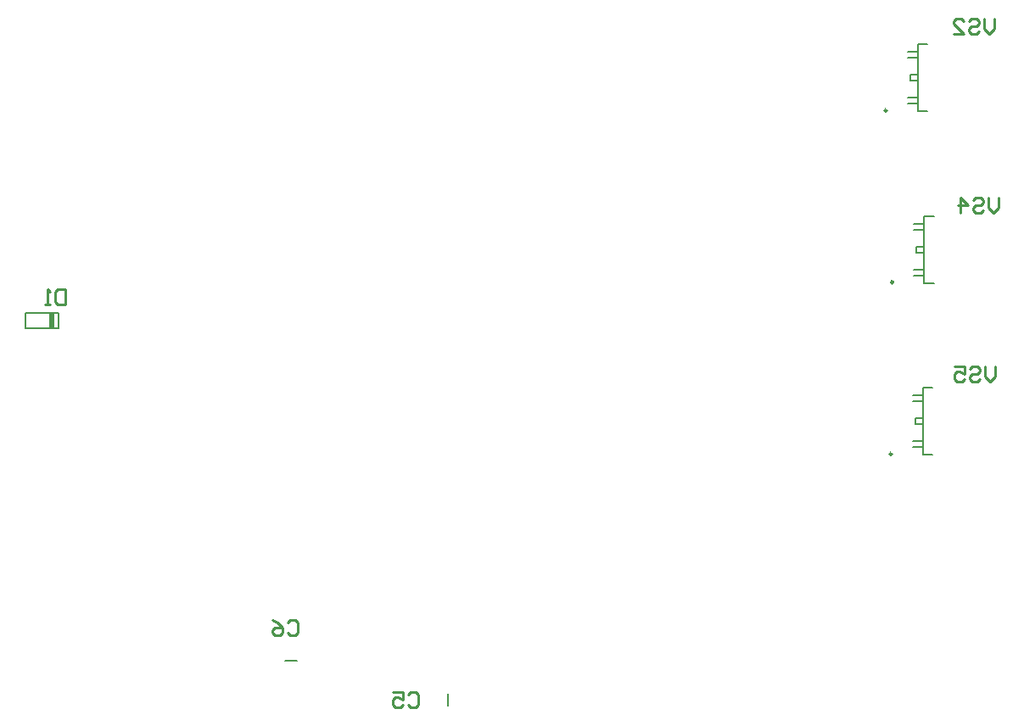
<source format=gbo>
%FSLAX24Y24*%
%MOIN*%
G70*
G01*
G75*
G04 Layer_Color=32896*
%ADD10R,0.0413X0.0551*%
%ADD11C,0.0591*%
%ADD12C,0.1969*%
%ADD13C,0.0394*%
%ADD14C,0.0197*%
%ADD15C,0.0118*%
%ADD16C,0.2362*%
%ADD17C,0.1575*%
%ADD18C,0.0787*%
%ADD19C,0.1181*%
%ADD20C,0.0100*%
%ADD21C,0.2559*%
%ADD22C,0.0591*%
%ADD23C,0.1181*%
%ADD24C,0.0748*%
%ADD25C,0.0630*%
%ADD26C,0.1575*%
%ADD27C,0.0669*%
G04:AMPARAMS|DCode=28|XSize=59.1mil|YSize=59.1mil|CornerRadius=0mil|HoleSize=0mil|Usage=FLASHONLY|Rotation=90.000|XOffset=0mil|YOffset=0mil|HoleType=Round|Shape=Octagon|*
%AMOCTAGOND28*
4,1,8,0.0148,0.0295,-0.0148,0.0295,-0.0295,0.0148,-0.0295,-0.0148,-0.0148,-0.0295,0.0148,-0.0295,0.0295,-0.0148,0.0295,0.0148,0.0148,0.0295,0.0*
%
%ADD28OCTAGOND28*%

G04:AMPARAMS|DCode=29|XSize=118.1mil|YSize=118.1mil|CornerRadius=0mil|HoleSize=0mil|Usage=FLASHONLY|Rotation=0.000|XOffset=0mil|YOffset=0mil|HoleType=Round|Shape=Octagon|*
%AMOCTAGOND29*
4,1,8,0.0591,-0.0295,0.0591,0.0295,0.0295,0.0591,-0.0295,0.0591,-0.0591,0.0295,-0.0591,-0.0295,-0.0295,-0.0591,0.0295,-0.0591,0.0591,-0.0295,0.0*
%
%ADD29OCTAGOND29*%

%ADD30C,0.0709*%
%ADD31C,0.1969*%
%ADD32C,0.0984*%
%ADD33C,0.0600*%
G04:AMPARAMS|DCode=34|XSize=393.7mil|YSize=236.2mil|CornerRadius=82.7mil|HoleSize=0mil|Usage=FLASHONLY|Rotation=0.000|XOffset=0mil|YOffset=0mil|HoleType=Round|Shape=RoundedRectangle|*
%AMROUNDEDRECTD34*
21,1,0.3937,0.0709,0,0,0.0*
21,1,0.2283,0.2362,0,0,0.0*
1,1,0.1654,0.1142,-0.0354*
1,1,0.1654,-0.1142,-0.0354*
1,1,0.1654,-0.1142,0.0354*
1,1,0.1654,0.1142,0.0354*
%
%ADD34ROUNDEDRECTD34*%
%ADD35C,0.0500*%
%ADD36R,0.0551X0.0413*%
G04:AMPARAMS|DCode=37|XSize=55mil|YSize=60mil|CornerRadius=13.8mil|HoleSize=0mil|Usage=FLASHONLY|Rotation=180.000|XOffset=0mil|YOffset=0mil|HoleType=Round|Shape=RoundedRectangle|*
%AMROUNDEDRECTD37*
21,1,0.0550,0.0325,0,0,180.0*
21,1,0.0275,0.0600,0,0,180.0*
1,1,0.0275,-0.0138,0.0163*
1,1,0.0275,0.0138,0.0163*
1,1,0.0275,0.0138,-0.0163*
1,1,0.0275,-0.0138,-0.0163*
%
%ADD37ROUNDEDRECTD37*%
%ADD38R,0.0787X0.0472*%
%ADD39R,0.2205X0.2205*%
%ADD40C,0.0295*%
%ADD41C,0.0079*%
%ADD42C,0.0039*%
%ADD43C,0.0050*%
%ADD44C,0.0059*%
%ADD45R,0.1181X0.1969*%
%ADD46R,0.0493X0.0631*%
%ADD47C,0.2049*%
%ADD48C,0.0474*%
%ADD49C,0.2639*%
%ADD50C,0.0671*%
%ADD51C,0.1261*%
%ADD52C,0.0828*%
%ADD53C,0.0710*%
%ADD54C,0.1655*%
%ADD55C,0.0749*%
G04:AMPARAMS|DCode=56|XSize=67.1mil|YSize=67.1mil|CornerRadius=0mil|HoleSize=0mil|Usage=FLASHONLY|Rotation=90.000|XOffset=0mil|YOffset=0mil|HoleType=Round|Shape=Octagon|*
%AMOCTAGOND56*
4,1,8,0.0168,0.0335,-0.0168,0.0335,-0.0335,0.0168,-0.0335,-0.0168,-0.0168,-0.0335,0.0168,-0.0335,0.0335,-0.0168,0.0335,0.0168,0.0168,0.0335,0.0*
%
%ADD56OCTAGOND56*%

G04:AMPARAMS|DCode=57|XSize=126.1mil|YSize=126.1mil|CornerRadius=0mil|HoleSize=0mil|Usage=FLASHONLY|Rotation=0.000|XOffset=0mil|YOffset=0mil|HoleType=Round|Shape=Octagon|*
%AMOCTAGOND57*
4,1,8,0.0631,-0.0315,0.0631,0.0315,0.0315,0.0631,-0.0315,0.0631,-0.0631,0.0315,-0.0631,-0.0315,-0.0315,-0.0631,0.0315,-0.0631,0.0631,-0.0315,0.0*
%
%ADD57OCTAGOND57*%

%ADD58C,0.0789*%
%ADD59C,0.2049*%
%ADD60C,0.1064*%
%ADD61C,0.0680*%
G04:AMPARAMS|DCode=62|XSize=401.7mil|YSize=244.2mil|CornerRadius=86.7mil|HoleSize=0mil|Usage=FLASHONLY|Rotation=0.000|XOffset=0mil|YOffset=0mil|HoleType=Round|Shape=RoundedRectangle|*
%AMROUNDEDRECTD62*
21,1,0.4017,0.0709,0,0,0.0*
21,1,0.2283,0.2442,0,0,0.0*
1,1,0.1734,0.1142,-0.0354*
1,1,0.1734,-0.1142,-0.0354*
1,1,0.1734,-0.1142,0.0354*
1,1,0.1734,0.1142,0.0354*
%
%ADD62ROUNDEDRECTD62*%
%ADD63R,0.0631X0.0493*%
G04:AMPARAMS|DCode=64|XSize=63mil|YSize=68mil|CornerRadius=17.8mil|HoleSize=0mil|Usage=FLASHONLY|Rotation=180.000|XOffset=0mil|YOffset=0mil|HoleType=Round|Shape=RoundedRectangle|*
%AMROUNDEDRECTD64*
21,1,0.0630,0.0325,0,0,180.0*
21,1,0.0275,0.0680,0,0,180.0*
1,1,0.0355,-0.0138,0.0163*
1,1,0.0355,0.0138,0.0163*
1,1,0.0355,0.0138,-0.0163*
1,1,0.0355,-0.0138,-0.0163*
%
%ADD64ROUNDEDRECTD64*%
%ADD65R,0.0867X0.0552*%
%ADD66R,0.2285X0.2285*%
%ADD67C,0.2442*%
%ADD68C,0.0098*%
%ADD69R,0.0200X0.0600*%
D20*
X58050Y21800D02*
Y21400D01*
X57850Y21200D01*
X57650Y21400D01*
Y21800D01*
X57050Y21700D02*
X57150Y21800D01*
X57350D01*
X57450Y21700D01*
Y21600D01*
X57350Y21500D01*
X57150D01*
X57050Y21400D01*
Y21300D01*
X57150Y21200D01*
X57350D01*
X57450Y21300D01*
X56451Y21800D02*
X56850D01*
Y21500D01*
X56650Y21600D01*
X56550D01*
X56451Y21500D01*
Y21300D01*
X56550Y21200D01*
X56750D01*
X56850Y21300D01*
X58200Y28450D02*
Y28050D01*
X58000Y27850D01*
X57800Y28050D01*
Y28450D01*
X57200Y28350D02*
X57300Y28450D01*
X57500D01*
X57600Y28350D01*
Y28250D01*
X57500Y28150D01*
X57300D01*
X57200Y28050D01*
Y27950D01*
X57300Y27850D01*
X57500D01*
X57600Y27950D01*
X56700Y27850D02*
Y28450D01*
X57000Y28150D01*
X56601D01*
X58020Y35480D02*
Y35080D01*
X57820Y34880D01*
X57620Y35080D01*
Y35480D01*
X57020Y35380D02*
X57120Y35480D01*
X57320D01*
X57420Y35380D01*
Y35280D01*
X57320Y35180D01*
X57120D01*
X57020Y35080D01*
Y34980D01*
X57120Y34880D01*
X57320D01*
X57420Y34980D01*
X56421Y34880D02*
X56820D01*
X56421Y35280D01*
Y35380D01*
X56520Y35480D01*
X56720D01*
X56820Y35380D01*
X21520Y24840D02*
Y24240D01*
X21220D01*
X21120Y24340D01*
Y24740D01*
X21220Y24840D01*
X21520D01*
X20920Y24240D02*
X20720D01*
X20820D01*
Y24840D01*
X20920Y24740D01*
X30280Y11730D02*
X30380Y11830D01*
X30580D01*
X30680Y11730D01*
Y11330D01*
X30580Y11230D01*
X30380D01*
X30280Y11330D01*
X29680Y11830D02*
X29880Y11730D01*
X30080Y11530D01*
Y11330D01*
X29980Y11230D01*
X29780D01*
X29680Y11330D01*
Y11430D01*
X29780Y11530D01*
X30080D01*
X35000Y8900D02*
X35100Y9000D01*
X35300D01*
X35400Y8900D01*
Y8500D01*
X35300Y8400D01*
X35100D01*
X35000Y8500D01*
X34400Y9000D02*
X34800D01*
Y8700D01*
X34600Y8800D01*
X34500D01*
X34400Y8700D01*
Y8500D01*
X34500Y8400D01*
X34700D01*
X34800Y8500D01*
D41*
X36550Y8474D02*
Y8926D01*
X30174Y10250D02*
X30626D01*
X55022Y31831D02*
X55415D01*
X55022Y34469D02*
X55415D01*
X54630Y34166D02*
X55022D01*
X54630Y33930D02*
X55022D01*
X54630Y32370D02*
X55022D01*
X54630Y32134D02*
X55022D01*
X54730Y33032D02*
X55022Y33032D01*
X54730Y33268D02*
X55022Y33268D01*
X54730Y33032D02*
Y33268D01*
X55022Y31831D02*
Y34469D01*
X55272Y25081D02*
X55665D01*
X55272Y27719D02*
X55665D01*
X54880Y27416D02*
X55272D01*
X54880Y27180D02*
X55272D01*
X54880Y25620D02*
X55272D01*
X54880Y25384D02*
X55272D01*
X54980Y26282D02*
X55272Y26282D01*
X54980Y26518D02*
X55272Y26518D01*
X54980Y26282D02*
Y26518D01*
X55272Y25081D02*
Y27719D01*
X55222Y18331D02*
X55615D01*
X55222Y20969D02*
X55615D01*
X54830Y20666D02*
X55222D01*
X54830Y20430D02*
X55222D01*
X54830Y18870D02*
X55222D01*
X54830Y18634D02*
X55222D01*
X54930Y19532D02*
X55222Y19532D01*
X54930Y19768D02*
X55222Y19768D01*
X54930Y19532D02*
Y19768D01*
X55222Y18331D02*
Y20969D01*
D43*
X19950Y23300D02*
X21250D01*
X19950Y23900D02*
X21250D01*
Y23300D02*
Y23900D01*
X19950Y23300D02*
Y23900D01*
D68*
X53813Y31863D02*
G03*
X53813Y31863I-49J0D01*
G01*
X54063Y25113D02*
G03*
X54063Y25113I-49J0D01*
G01*
X54013Y18363D02*
G03*
X54013Y18363I-49J0D01*
G01*
D69*
X21000Y23600D02*
D03*
M02*

</source>
